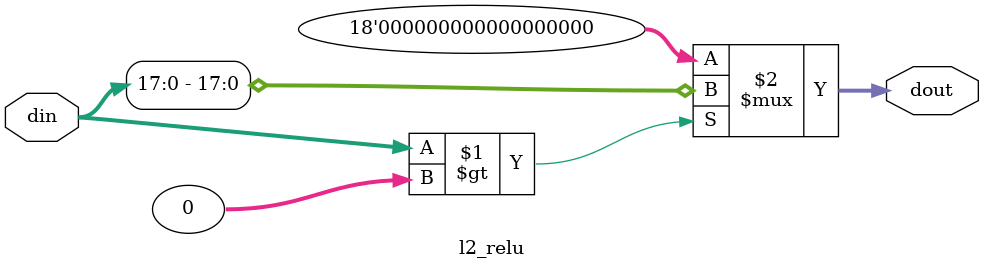
<source format=sv>
module l2_relu (din, dout);
  input signed [35:0] din;
  output [17:0] dout;

  assign dout = din > 0 ? din[17:0] : 18'h0;
endmodule // relu

</source>
